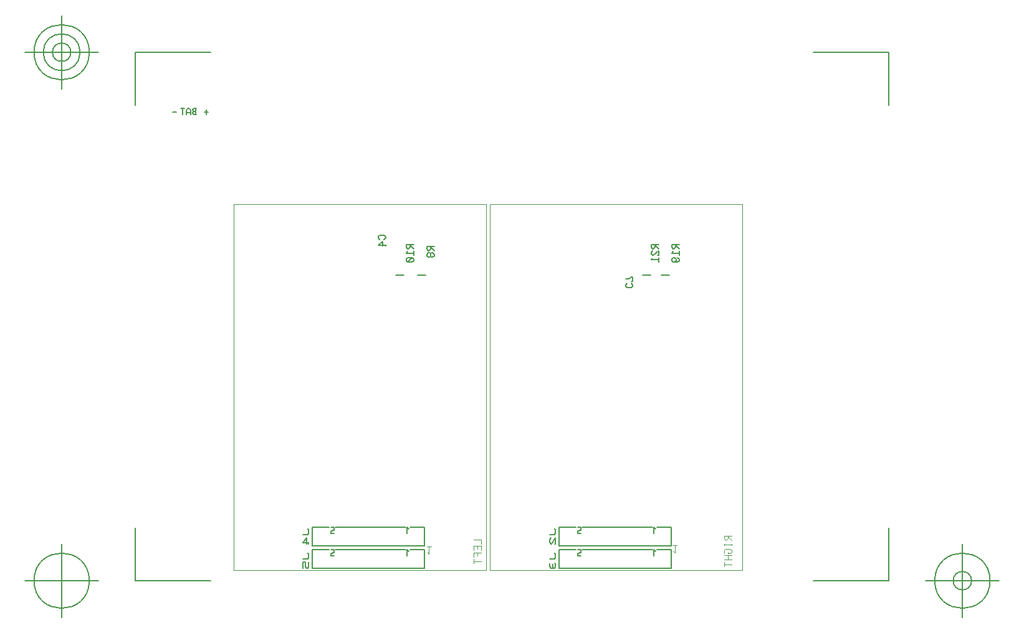
<source format=gbr>
G04 Generated by Ultiboard 13.0 *
%FSLAX25Y25*%
%MOIN*%

%ADD10C,0.00001*%
%ADD11C,0.00612*%
%ADD12C,0.00787*%
%ADD13C,0.00005*%
%ADD14C,0.00367*%
%ADD15C,0.00800*%
%ADD16C,0.00556*%
%ADD17C,0.00500*%


G04 ColorRGB FF14FF for the following layer *
%LNSilkscreen Bottom*%
%LPD*%
G54D10*
G54D11*
X147331Y178608D02*
X143394Y178608D01*
X143394Y177040D01*
X144181Y176256D01*
X144575Y176256D01*
X145362Y177040D01*
X145362Y178608D01*
X145362Y178216D02*
X147331Y176256D01*
X144181Y174689D02*
X143394Y173905D01*
X147331Y173905D01*
X147331Y175080D02*
X147331Y172729D01*
X144181Y171553D02*
X143394Y170769D01*
X143394Y169985D01*
X144181Y169201D01*
X146543Y169201D01*
X147331Y169985D01*
X147331Y170769D01*
X146543Y171553D01*
X144181Y171553D01*
X144181Y169201D02*
X146543Y171553D01*
X158331Y177608D02*
X154394Y177608D01*
X154394Y176040D01*
X155181Y175256D01*
X155575Y175256D01*
X156362Y176040D01*
X156362Y177608D01*
X156362Y177216D02*
X158331Y175256D01*
X158331Y172513D02*
X158331Y173297D01*
X157543Y174080D01*
X156756Y174080D01*
X156362Y173689D01*
X155969Y174080D01*
X155181Y174080D01*
X154394Y173297D01*
X154394Y172513D01*
X155181Y171729D01*
X155969Y171729D01*
X156362Y172121D01*
X156756Y171729D01*
X157543Y171729D01*
X158331Y172513D01*
X156362Y173689D02*
X156362Y172121D01*
X261457Y157744D02*
X260669Y156960D01*
X260669Y156176D01*
X261457Y155392D01*
X263819Y155392D01*
X264606Y156176D01*
X264606Y156960D01*
X263819Y157744D01*
X260669Y160095D02*
X262638Y160095D01*
X263819Y161271D01*
X264606Y161271D01*
X264606Y158920D01*
X263819Y158920D01*
X131543Y181256D02*
X132331Y182040D01*
X132331Y182824D01*
X131543Y183608D01*
X129181Y183608D01*
X128394Y182824D01*
X128394Y182040D01*
X129181Y181256D01*
X130756Y177729D02*
X130756Y180080D01*
X128394Y178121D01*
X132331Y178121D01*
X132331Y178513D02*
X132331Y177729D01*
X278331Y178608D02*
X274394Y178608D01*
X274394Y177040D01*
X275181Y176256D01*
X275575Y176256D01*
X276362Y177040D01*
X276362Y178608D01*
X276362Y178216D02*
X278331Y176256D01*
X275181Y175080D02*
X274394Y174297D01*
X274394Y173513D01*
X275181Y172729D01*
X275575Y172729D01*
X278331Y175080D01*
X278331Y172729D01*
X277937Y172729D01*
X275181Y171161D02*
X274394Y170377D01*
X278331Y170377D01*
X278331Y171553D02*
X278331Y169201D01*
X289331Y178608D02*
X285394Y178608D01*
X285394Y177040D01*
X286181Y176256D01*
X286575Y176256D01*
X287362Y177040D01*
X287362Y178608D01*
X287362Y178216D02*
X289331Y176256D01*
X286181Y174689D02*
X285394Y173905D01*
X289331Y173905D01*
X289331Y175080D02*
X289331Y172729D01*
X288543Y171553D02*
X289331Y170769D01*
X289331Y169985D01*
X288543Y169201D01*
X286969Y169201D01*
X286181Y169201D01*
X285394Y169985D01*
X285394Y170769D01*
X286181Y171553D01*
X286969Y171553D01*
X287756Y170769D01*
X287756Y169985D01*
X286969Y169201D01*
G54D12*
X137835Y162000D02*
X142165Y162000D01*
X137835Y162000D02*
X142165Y162000D01*
X153665Y162000D02*
X149335Y162000D01*
X153665Y162000D02*
X149335Y162000D01*
X269835Y162000D02*
X274165Y162000D01*
X269835Y162000D02*
X274165Y162000D01*
X284165Y162000D02*
X279835Y162000D01*
X284165Y162000D02*
X279835Y162000D01*
G54D13*
X188000Y200000D02*
X323000Y200000D01*
X323000Y4000D01*
X188000Y4000D01*
X188000Y200000D01*
X51000Y200000D02*
X186000Y200000D01*
X186000Y4000D01*
X51000Y4000D01*
X51000Y200000D01*
G54D14*
X154784Y13669D02*
X155568Y12882D01*
X155568Y16819D01*
X154392Y16819D02*
X156744Y16819D01*
X286256Y14425D02*
X287040Y13638D01*
X287040Y17575D01*
X285864Y17575D02*
X288216Y17575D01*
X179394Y20608D02*
X183331Y20608D01*
X183331Y18256D01*
X183331Y14729D02*
X183331Y17080D01*
X181362Y17080D01*
X179394Y17080D01*
X179394Y14729D01*
X181362Y17080D02*
X181362Y15513D01*
X183331Y13553D02*
X179394Y13553D01*
X179394Y11201D01*
X181362Y13553D02*
X181362Y11985D01*
X183331Y8850D02*
X179394Y8850D01*
X179394Y10025D02*
X179394Y7674D01*
X317331Y22608D02*
X313394Y22608D01*
X313394Y21040D01*
X314181Y20256D01*
X314575Y20256D01*
X315362Y21040D01*
X315362Y22608D01*
X315362Y22216D02*
X317331Y20256D01*
X317331Y18297D02*
X317331Y17513D01*
X313394Y18297D02*
X313394Y17513D01*
X317331Y17905D02*
X313394Y17905D01*
X315362Y13985D02*
X315362Y13201D01*
X316543Y13201D01*
X317331Y13985D01*
X317331Y14769D01*
X316543Y15553D01*
X314181Y15553D01*
X313394Y14769D01*
X313394Y13201D01*
X317331Y12025D02*
X313394Y12025D01*
X317331Y9674D02*
X313394Y9674D01*
X315362Y12025D02*
X315362Y9674D01*
X317331Y7322D02*
X313394Y7322D01*
X313394Y8498D02*
X313394Y6146D01*
G54D15*
X90679Y26444D02*
X91274Y25333D01*
X91274Y24222D01*
X90679Y23111D01*
X88298Y23111D01*
X90083Y18111D02*
X90083Y21444D01*
X88298Y18667D01*
X91274Y18667D01*
X91274Y19222D02*
X91274Y18111D01*
X93000Y17000D02*
X153000Y17000D01*
X105500Y27000D02*
X143000Y27000D01*
X153000Y27000D02*
X153000Y17000D01*
X143833Y27000D02*
X143833Y23667D01*
X145500Y27000D02*
X153000Y27000D01*
X144667Y26167D02*
X143833Y27000D01*
X103833Y25333D02*
X103761Y25330D01*
X103689Y25321D01*
X103618Y25305D01*
X103548Y25283D01*
X103481Y25255D01*
X103417Y25222D01*
X103355Y25183D01*
X103298Y25138D01*
X103244Y25089D01*
X103195Y25036D01*
X103151Y24978D01*
X103112Y24917D01*
X103078Y24852D01*
X103050Y24785D01*
X103029Y24716D01*
X103013Y24645D01*
X103003Y24573D01*
X103000Y24500D01*
X103003Y24427D01*
X103013Y24355D01*
X103029Y24284D01*
X103050Y24215D01*
X103078Y24148D01*
X103112Y24083D01*
X103151Y24022D01*
X103195Y23964D01*
X103244Y23911D01*
X103298Y23862D01*
X103355Y23817D01*
X103417Y23778D01*
X103481Y23745D01*
X103548Y23717D01*
X103618Y23695D01*
X103689Y23679D01*
X103761Y23670D01*
X103833Y23667D01*
X104667Y25333D02*
X104667Y27000D01*
X104667Y25333D02*
X103833Y25333D01*
X93000Y27000D02*
X93000Y17000D01*
X104667Y23667D02*
X103833Y23667D01*
X93000Y27000D02*
X102167Y27000D01*
X103000Y27000D02*
X104667Y27000D01*
X90679Y13444D02*
X91274Y12333D01*
X91274Y11222D01*
X90679Y10111D01*
X88298Y10111D01*
X88298Y5111D02*
X88298Y8444D01*
X89488Y8444D01*
X89488Y6222D01*
X90083Y5111D01*
X90679Y5111D01*
X91274Y6222D01*
X91274Y8444D01*
X93000Y5000D02*
X153000Y5000D01*
X105500Y15000D02*
X143000Y15000D01*
X153000Y15000D02*
X153000Y5000D01*
X143833Y15000D02*
X143833Y11667D01*
X145500Y15000D02*
X153000Y15000D01*
X144667Y14167D02*
X143833Y15000D01*
X103833Y13333D02*
X103761Y13330D01*
X103689Y13321D01*
X103618Y13305D01*
X103548Y13283D01*
X103481Y13255D01*
X103417Y13222D01*
X103355Y13183D01*
X103298Y13138D01*
X103244Y13089D01*
X103195Y13036D01*
X103151Y12978D01*
X103112Y12917D01*
X103078Y12852D01*
X103050Y12785D01*
X103029Y12716D01*
X103013Y12645D01*
X103003Y12573D01*
X103000Y12500D01*
X103003Y12427D01*
X103013Y12355D01*
X103029Y12284D01*
X103050Y12215D01*
X103078Y12148D01*
X103112Y12083D01*
X103151Y12022D01*
X103195Y11964D01*
X103244Y11911D01*
X103298Y11862D01*
X103355Y11817D01*
X103417Y11778D01*
X103481Y11745D01*
X103548Y11717D01*
X103618Y11695D01*
X103689Y11679D01*
X103761Y11670D01*
X103833Y11667D01*
X104667Y13333D02*
X104667Y15000D01*
X104667Y13333D02*
X103833Y13333D01*
X93000Y15000D02*
X93000Y5000D01*
X104667Y11667D02*
X103833Y11667D01*
X93000Y15000D02*
X102167Y15000D01*
X103000Y15000D02*
X104667Y15000D01*
X222679Y26444D02*
X223274Y25333D01*
X223274Y24222D01*
X222679Y23111D01*
X220298Y23111D01*
X220893Y21444D02*
X220298Y20333D01*
X220298Y19222D01*
X220893Y18111D01*
X221190Y18111D01*
X223274Y21444D01*
X223274Y18111D01*
X222976Y18111D01*
X225000Y17000D02*
X285000Y17000D01*
X237500Y27000D02*
X275000Y27000D01*
X285000Y27000D02*
X285000Y17000D01*
X275833Y27000D02*
X275833Y23667D01*
X277500Y27000D02*
X285000Y27000D01*
X276667Y26167D02*
X275833Y27000D01*
X235833Y25333D02*
X235761Y25330D01*
X235689Y25321D01*
X235618Y25305D01*
X235548Y25283D01*
X235481Y25255D01*
X235417Y25222D01*
X235355Y25183D01*
X235298Y25138D01*
X235244Y25089D01*
X235195Y25036D01*
X235151Y24978D01*
X235112Y24917D01*
X235078Y24852D01*
X235050Y24785D01*
X235029Y24716D01*
X235013Y24645D01*
X235003Y24573D01*
X235000Y24500D01*
X235003Y24427D01*
X235013Y24355D01*
X235029Y24284D01*
X235050Y24215D01*
X235078Y24148D01*
X235112Y24083D01*
X235151Y24022D01*
X235195Y23964D01*
X235244Y23911D01*
X235298Y23862D01*
X235355Y23817D01*
X235417Y23778D01*
X235481Y23745D01*
X235548Y23717D01*
X235618Y23695D01*
X235689Y23679D01*
X235761Y23670D01*
X235833Y23667D01*
X236667Y25333D02*
X236667Y27000D01*
X236667Y25333D02*
X235833Y25333D01*
X225000Y27000D02*
X225000Y17000D01*
X236667Y23667D02*
X235833Y23667D01*
X225000Y27000D02*
X234167Y27000D01*
X235000Y27000D02*
X236667Y27000D01*
X222679Y13444D02*
X223274Y12333D01*
X223274Y11222D01*
X222679Y10111D01*
X220298Y10111D01*
X220595Y7889D02*
X220298Y7333D01*
X220298Y6222D01*
X220893Y5111D01*
X221488Y5111D01*
X221786Y5667D01*
X222083Y5111D01*
X222679Y5111D01*
X223274Y6222D01*
X223274Y7333D01*
X222976Y7889D01*
X221786Y7333D02*
X221786Y5667D01*
X225000Y5000D02*
X285000Y5000D01*
X237500Y15000D02*
X275000Y15000D01*
X285000Y15000D02*
X285000Y5000D01*
X275833Y15000D02*
X275833Y11667D01*
X277500Y15000D02*
X285000Y15000D01*
X276667Y14167D02*
X275833Y15000D01*
X235833Y13333D02*
X235761Y13330D01*
X235689Y13321D01*
X235618Y13305D01*
X235548Y13283D01*
X235481Y13255D01*
X235417Y13222D01*
X235355Y13183D01*
X235298Y13138D01*
X235244Y13089D01*
X235195Y13036D01*
X235151Y12978D01*
X235112Y12917D01*
X235078Y12852D01*
X235050Y12785D01*
X235029Y12716D01*
X235013Y12645D01*
X235003Y12573D01*
X235000Y12500D01*
X235003Y12427D01*
X235013Y12355D01*
X235029Y12284D01*
X235050Y12215D01*
X235078Y12148D01*
X235112Y12083D01*
X235151Y12022D01*
X235195Y11964D01*
X235244Y11911D01*
X235298Y11862D01*
X235355Y11817D01*
X235417Y11778D01*
X235481Y11745D01*
X235548Y11717D01*
X235618Y11695D01*
X235689Y11679D01*
X235761Y11670D01*
X235833Y11667D01*
X236667Y13333D02*
X236667Y15000D01*
X236667Y13333D02*
X235833Y13333D01*
X225000Y15000D02*
X225000Y5000D01*
X236667Y11667D02*
X235833Y11667D01*
X225000Y15000D02*
X234167Y15000D01*
X235000Y15000D02*
X236667Y15000D01*
G54D16*
X37644Y249500D02*
X35511Y249500D01*
X36578Y250929D02*
X36578Y248071D01*
X31244Y248071D02*
X29822Y248071D01*
X29111Y248786D01*
X29111Y249143D01*
X29822Y249857D01*
X29111Y250571D01*
X29111Y250929D01*
X29822Y251643D01*
X30889Y251643D01*
X31244Y251643D01*
X30889Y249857D02*
X29822Y249857D01*
X30889Y251643D02*
X30889Y248071D01*
X28044Y248071D02*
X28044Y250214D01*
X27333Y251643D01*
X26622Y251643D01*
X25911Y250214D01*
X25911Y248071D01*
X28044Y249143D02*
X25911Y249143D01*
X23778Y248071D02*
X23778Y251643D01*
X24844Y251643D02*
X22711Y251643D01*
X18356Y249500D02*
X20489Y249500D01*
G54D17*
X-1500Y-1500D02*
X-1500Y26800D01*
X-1500Y-1500D02*
X38800Y-1500D01*
X401500Y-1500D02*
X361200Y-1500D01*
X401500Y-1500D02*
X401500Y26800D01*
X401500Y281500D02*
X401500Y253200D01*
X401500Y281500D02*
X361200Y281500D01*
X-1500Y281500D02*
X38800Y281500D01*
X-1500Y281500D02*
X-1500Y253200D01*
X-21185Y-1500D02*
X-60555Y-1500D01*
X-40870Y-21185D02*
X-40870Y18185D01*
X-55634Y-1500D02*
G75*
D01*
G02X-55634Y-1500I14764J0*
G01*
X421185Y-1500D02*
X460555Y-1500D01*
X440870Y-21185D02*
X440870Y18185D01*
X426106Y-1500D02*
G75*
D01*
G02X426106Y-1500I14764J0*
G01*
X435949Y-1500D02*
G75*
D01*
G02X435949Y-1500I4921J0*
G01*
X-21185Y281500D02*
X-60555Y281500D01*
X-40870Y261815D02*
X-40870Y301185D01*
X-55634Y281500D02*
G75*
D01*
G02X-55634Y281500I14764J0*
G01*
X-50713Y281500D02*
G75*
D01*
G02X-50713Y281500I9843J0*
G01*
X-45791Y281500D02*
G75*
D01*
G02X-45791Y281500I4921J0*
G01*

M02*

</source>
